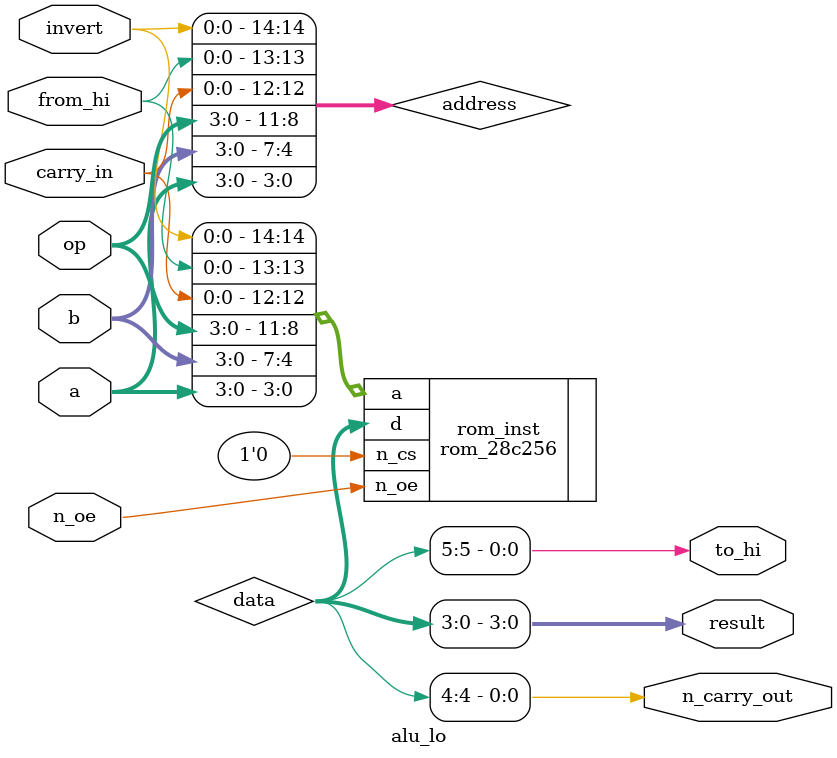
<source format=v>
`timescale 1ns/1ns
module alu_lo(
//output
          result,
          to_hi,
          n_carry_out,
//input
          a,
          b,
          op,
          invert,
          from_hi,
          carry_in,
          n_oe);
    input wire [3:0] a;
    input wire [3:0] b;
    input wire [3:0] op;
    input wire invert;
    input wire from_hi;
    input wire carry_in;
    input wire n_oe;
    output wire [3:0] result;
    output wire to_hi;
    output wire n_carry_out;

    wire [14:0] address = {invert, from_hi, carry_in, op, b, a};
    wire [7:0] data;
    rom_28c256 #(.FILENAME("alu_lo.mem")) rom_inst(
      .a(address),
      .d(data),
      .n_oe(n_oe),
      .n_cs(1'b0)
    );
    assign {to_hi, n_carry_out, result} = data;
endmodule

</source>
